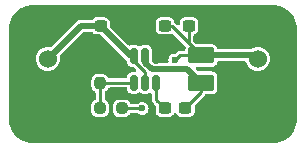
<source format=gbr>
%TF.GenerationSoftware,KiCad,Pcbnew,8.0.5*%
%TF.CreationDate,2024-10-31T22:44:31-05:00*%
%TF.ProjectId,Buck_Breakout,4275636b-5f42-4726-9561-6b6f75742e6b,rev?*%
%TF.SameCoordinates,Original*%
%TF.FileFunction,Copper,L1,Top*%
%TF.FilePolarity,Positive*%
%FSLAX46Y46*%
G04 Gerber Fmt 4.6, Leading zero omitted, Abs format (unit mm)*
G04 Created by KiCad (PCBNEW 8.0.5) date 2024-10-31 22:44:31*
%MOMM*%
%LPD*%
G01*
G04 APERTURE LIST*
G04 Aperture macros list*
%AMRoundRect*
0 Rectangle with rounded corners*
0 $1 Rounding radius*
0 $2 $3 $4 $5 $6 $7 $8 $9 X,Y pos of 4 corners*
0 Add a 4 corners polygon primitive as box body*
4,1,4,$2,$3,$4,$5,$6,$7,$8,$9,$2,$3,0*
0 Add four circle primitives for the rounded corners*
1,1,$1+$1,$2,$3*
1,1,$1+$1,$4,$5*
1,1,$1+$1,$6,$7*
1,1,$1+$1,$8,$9*
0 Add four rect primitives between the rounded corners*
20,1,$1+$1,$2,$3,$4,$5,0*
20,1,$1+$1,$4,$5,$6,$7,0*
20,1,$1+$1,$6,$7,$8,$9,0*
20,1,$1+$1,$8,$9,$2,$3,0*%
G04 Aperture macros list end*
%TA.AperFunction,SMDPad,CuDef*%
%ADD10RoundRect,0.237500X-0.300000X-0.237500X0.300000X-0.237500X0.300000X0.237500X-0.300000X0.237500X0*%
%TD*%
%TA.AperFunction,ComponentPad*%
%ADD11C,1.524000*%
%TD*%
%TA.AperFunction,SMDPad,CuDef*%
%ADD12RoundRect,0.150000X-0.150000X0.512500X-0.150000X-0.512500X0.150000X-0.512500X0.150000X0.512500X0*%
%TD*%
%TA.AperFunction,SMDPad,CuDef*%
%ADD13RoundRect,0.250001X0.849999X-0.462499X0.849999X0.462499X-0.849999X0.462499X-0.849999X-0.462499X0*%
%TD*%
%TA.AperFunction,SMDPad,CuDef*%
%ADD14RoundRect,0.237500X0.237500X-0.250000X0.237500X0.250000X-0.237500X0.250000X-0.237500X-0.250000X0*%
%TD*%
%TA.AperFunction,SMDPad,CuDef*%
%ADD15RoundRect,0.237500X0.300000X0.237500X-0.300000X0.237500X-0.300000X-0.237500X0.300000X-0.237500X0*%
%TD*%
%TA.AperFunction,SMDPad,CuDef*%
%ADD16RoundRect,0.237500X0.250000X0.237500X-0.250000X0.237500X-0.250000X-0.237500X0.250000X-0.237500X0*%
%TD*%
%TA.AperFunction,ViaPad*%
%ADD17C,0.600000*%
%TD*%
%TA.AperFunction,Conductor*%
%ADD18C,0.254000*%
%TD*%
%TA.AperFunction,Conductor*%
%ADD19C,0.508000*%
%TD*%
G04 APERTURE END LIST*
D10*
%TO.P,C1,1*%
%TO.N,INPUT*%
X79401500Y-53086000D03*
%TO.P,C1,2*%
%TO.N,GND*%
X81126500Y-53086000D03*
%TD*%
D11*
%TO.P,Conn1,1*%
%TO.N,GND*%
X74930000Y-58420000D03*
%TO.P,Conn1,2*%
%TO.N,INPUT*%
X74930000Y-55880000D03*
%TD*%
D12*
%TO.P,U1,1,GND*%
%TO.N,GND*%
X84108500Y-55626000D03*
%TO.P,U1,2,SW*%
%TO.N,Net-(U1-SW)*%
X83158500Y-55626000D03*
%TO.P,U1,3,VIN*%
%TO.N,INPUT*%
X82208500Y-55626000D03*
%TO.P,U1,4,FB*%
%TO.N,Net-(U1-FB)*%
X82208500Y-57901000D03*
%TO.P,U1,5,EN*%
%TO.N,INPUT*%
X83158500Y-57901000D03*
%TO.P,U1,6,BST*%
%TO.N,Net-(U1-BST)*%
X84108500Y-57901000D03*
%TD*%
D13*
%TO.P,L1,1,1*%
%TO.N,Net-(U1-SW)*%
X87918500Y-57912000D03*
%TO.P,L1,2,2*%
%TO.N,OUTPUT*%
X87918500Y-55587000D03*
%TD*%
D11*
%TO.P,Conn2,1*%
%TO.N,OUTPUT*%
X92710000Y-55880000D03*
%TO.P,Conn2,2*%
%TO.N,GND*%
X92710000Y-58420000D03*
%TD*%
D14*
%TO.P,R2,1*%
%TO.N,Net-(U1-FB)*%
X79348500Y-57930000D03*
%TO.P,R2,2*%
%TO.N,GND*%
X79348500Y-56105000D03*
%TD*%
D10*
%TO.P,C4,1*%
%TO.N,OUTPUT*%
X86868000Y-53086000D03*
%TO.P,C4,2*%
%TO.N,GND*%
X88593000Y-53086000D03*
%TD*%
D15*
%TO.P,C2,1*%
%TO.N,Net-(U1-SW)*%
X86561000Y-60065500D03*
%TO.P,C2,2*%
%TO.N,Net-(U1-BST)*%
X84836000Y-60065500D03*
%TD*%
D16*
%TO.P,R1,1*%
%TO.N,OUTPUT*%
X81173500Y-60065500D03*
%TO.P,R1,2*%
%TO.N,Net-(U1-FB)*%
X79348500Y-60065500D03*
%TD*%
D15*
%TO.P,C3,1*%
%TO.N,OUTPUT*%
X84836000Y-53086000D03*
%TO.P,C3,2*%
%TO.N,GND*%
X83111000Y-53086000D03*
%TD*%
D17*
%TO.N,GND*%
X84074000Y-54356000D03*
%TO.N,OUTPUT*%
X85698500Y-55988500D03*
X82904500Y-60071000D03*
%TD*%
D18*
%TO.N,INPUT*%
X83158500Y-57901000D02*
X83158500Y-57018500D01*
D19*
X77724000Y-53086000D02*
X79401500Y-53086000D01*
D18*
X82208500Y-56068500D02*
X82208500Y-55626000D01*
X83158500Y-57018500D02*
X82208500Y-56068500D01*
D19*
X79401500Y-53086000D02*
X81941500Y-55626000D01*
X81941500Y-55626000D02*
X82208500Y-55626000D01*
X74930000Y-55880000D02*
X77724000Y-53086000D01*
D18*
%TO.N,Net-(U1-BST)*%
X84836000Y-60065500D02*
X84108500Y-59338000D01*
X84108500Y-59338000D02*
X84108500Y-57901000D01*
%TO.N,Net-(U1-SW)*%
X87918500Y-58708000D02*
X87918500Y-57912000D01*
D19*
X86749000Y-56742500D02*
X87918500Y-57912000D01*
D18*
X86561000Y-60065500D02*
X87918500Y-58708000D01*
D19*
X83158500Y-56196842D02*
X83704158Y-56742500D01*
X83704158Y-56742500D02*
X86749000Y-56742500D01*
X83158500Y-55626000D02*
X83158500Y-56196842D01*
D18*
%TO.N,OUTPUT*%
X81179000Y-60071000D02*
X81173500Y-60065500D01*
X86904750Y-54573250D02*
X87918500Y-55587000D01*
X86100000Y-55587000D02*
X85698500Y-55988500D01*
X84836000Y-53086000D02*
X85417500Y-53086000D01*
X85417500Y-53086000D02*
X86904750Y-54573250D01*
D19*
X92417000Y-55587000D02*
X92710000Y-55880000D01*
D18*
X82904500Y-60071000D02*
X81179000Y-60071000D01*
D19*
X87918500Y-55587000D02*
X92417000Y-55587000D01*
D18*
X86868000Y-53086000D02*
X86868000Y-54536500D01*
X86868000Y-54536500D02*
X86904750Y-54573250D01*
X87918500Y-55587000D02*
X86100000Y-55587000D01*
%TO.N,Net-(U1-FB)*%
X79457500Y-57930000D02*
X79486500Y-57901000D01*
X79348500Y-57930000D02*
X79457500Y-57930000D01*
X79486500Y-57901000D02*
X82208500Y-57901000D01*
X79348500Y-60065500D02*
X79348500Y-57930000D01*
%TD*%
%TA.AperFunction,Conductor*%
%TO.N,GND*%
G36*
X93984042Y-51300765D02*
G01*
X94006774Y-51302254D01*
X94238114Y-51317417D01*
X94254172Y-51319532D01*
X94499888Y-51368408D01*
X94515554Y-51372606D01*
X94666736Y-51423925D01*
X94752788Y-51453136D01*
X94767765Y-51459339D01*
X94985336Y-51566633D01*
X94992460Y-51570146D01*
X95006508Y-51578256D01*
X95214815Y-51717443D01*
X95227679Y-51727314D01*
X95416033Y-51892497D01*
X95427502Y-51903966D01*
X95592685Y-52092320D01*
X95602559Y-52105188D01*
X95741743Y-52313492D01*
X95749853Y-52327539D01*
X95860657Y-52552227D01*
X95866864Y-52567213D01*
X95947393Y-52804445D01*
X95951591Y-52820111D01*
X96000465Y-53065813D01*
X96002583Y-53081895D01*
X96019235Y-53335956D01*
X96019500Y-53344066D01*
X96019500Y-60955933D01*
X96019235Y-60964043D01*
X96002583Y-61218104D01*
X96000465Y-61234186D01*
X95951591Y-61479888D01*
X95947393Y-61495554D01*
X95866864Y-61732786D01*
X95860657Y-61747772D01*
X95749853Y-61972460D01*
X95741743Y-61986507D01*
X95602559Y-62194811D01*
X95592685Y-62207679D01*
X95427502Y-62396033D01*
X95416033Y-62407502D01*
X95227679Y-62572685D01*
X95214811Y-62582559D01*
X95006507Y-62721743D01*
X94992460Y-62729853D01*
X94767772Y-62840657D01*
X94752786Y-62846864D01*
X94515554Y-62927393D01*
X94499888Y-62931591D01*
X94254186Y-62980465D01*
X94238104Y-62982583D01*
X93984043Y-62999235D01*
X93975933Y-62999500D01*
X73664067Y-62999500D01*
X73655957Y-62999235D01*
X73401895Y-62982583D01*
X73385814Y-62980465D01*
X73350770Y-62973494D01*
X73140111Y-62931591D01*
X73124445Y-62927393D01*
X72887213Y-62846864D01*
X72872227Y-62840657D01*
X72647539Y-62729853D01*
X72633492Y-62721743D01*
X72425188Y-62582559D01*
X72412320Y-62572685D01*
X72223966Y-62407502D01*
X72212497Y-62396033D01*
X72047314Y-62207679D01*
X72037440Y-62194811D01*
X71898256Y-61986507D01*
X71890146Y-61972460D01*
X71779464Y-61748019D01*
X71779339Y-61747765D01*
X71773135Y-61732786D01*
X71692606Y-61495554D01*
X71688408Y-61479888D01*
X71679736Y-61436292D01*
X71639532Y-61234172D01*
X71637417Y-61218114D01*
X71620765Y-60964042D01*
X71620500Y-60955933D01*
X71620500Y-55880000D01*
X73908582Y-55880000D01*
X73928208Y-56079271D01*
X73986333Y-56270881D01*
X74080718Y-56447463D01*
X74080720Y-56447465D01*
X74080722Y-56447469D01*
X74099070Y-56469826D01*
X74207747Y-56602252D01*
X74247245Y-56634666D01*
X74362531Y-56729278D01*
X74362534Y-56729280D01*
X74362536Y-56729281D01*
X74539118Y-56823666D01*
X74539120Y-56823667D01*
X74730731Y-56881792D01*
X74930000Y-56901418D01*
X75129269Y-56881792D01*
X75320880Y-56823667D01*
X75497469Y-56729278D01*
X75652252Y-56602252D01*
X75779278Y-56447469D01*
X75873667Y-56270880D01*
X75931792Y-56079269D01*
X75951418Y-55880000D01*
X75931792Y-55680731D01*
X75931790Y-55680727D01*
X75930887Y-55676181D01*
X75937111Y-55606589D01*
X75964820Y-55564306D01*
X77898308Y-53630819D01*
X77959631Y-53597334D01*
X77985989Y-53594500D01*
X78627714Y-53594500D01*
X78694753Y-53614185D01*
X78726979Y-53644187D01*
X78750026Y-53674974D01*
X78863285Y-53759758D01*
X78995843Y-53809200D01*
X79054443Y-53815500D01*
X79360509Y-53815499D01*
X79427548Y-53835183D01*
X79448190Y-53851818D01*
X81617681Y-56021309D01*
X81651166Y-56082632D01*
X81654000Y-56108990D01*
X81654000Y-56170339D01*
X81669000Y-56265052D01*
X81683632Y-56293767D01*
X81727174Y-56379223D01*
X81727176Y-56379225D01*
X81727178Y-56379228D01*
X81817771Y-56469821D01*
X81817773Y-56469822D01*
X81817777Y-56469826D01*
X81931945Y-56527998D01*
X81931946Y-56527998D01*
X81931948Y-56527999D01*
X81931947Y-56527999D01*
X82026661Y-56543000D01*
X82026666Y-56543000D01*
X82092115Y-56543000D01*
X82159154Y-56562685D01*
X82179796Y-56579319D01*
X82372796Y-56772319D01*
X82406281Y-56833642D01*
X82401297Y-56903334D01*
X82359425Y-56959267D01*
X82293961Y-56983684D01*
X82285115Y-56984000D01*
X82026661Y-56984000D01*
X81931947Y-56999000D01*
X81855833Y-57037783D01*
X81817777Y-57057174D01*
X81817776Y-57057175D01*
X81817771Y-57057178D01*
X81727178Y-57147771D01*
X81727175Y-57147776D01*
X81669000Y-57261947D01*
X81654000Y-57356660D01*
X81654000Y-57395500D01*
X81634315Y-57462539D01*
X81581511Y-57508294D01*
X81530000Y-57519500D01*
X80137339Y-57519500D01*
X80070300Y-57499815D01*
X80026683Y-57449478D01*
X80026511Y-57449573D01*
X80026078Y-57448780D01*
X80024545Y-57447011D01*
X80022763Y-57442711D01*
X80022258Y-57441785D01*
X79991911Y-57401246D01*
X79937474Y-57328526D01*
X79824215Y-57243742D01*
X79771535Y-57224093D01*
X79691659Y-57194300D01*
X79633065Y-57188000D01*
X79063946Y-57188000D01*
X79063937Y-57188001D01*
X79005340Y-57194300D01*
X78872790Y-57243739D01*
X78872781Y-57243744D01*
X78759526Y-57328526D01*
X78674744Y-57441781D01*
X78674741Y-57441788D01*
X78625300Y-57574339D01*
X78625300Y-57574341D01*
X78619000Y-57632926D01*
X78619000Y-58227053D01*
X78619001Y-58227062D01*
X78625300Y-58285659D01*
X78674739Y-58418209D01*
X78674741Y-58418213D01*
X78674742Y-58418215D01*
X78759526Y-58531474D01*
X78872785Y-58616258D01*
X78886331Y-58621310D01*
X78942265Y-58663180D01*
X78966684Y-58728644D01*
X78967000Y-58737493D01*
X78967000Y-59265844D01*
X78947315Y-59332883D01*
X78894511Y-59378638D01*
X78886337Y-59382025D01*
X78860284Y-59391742D01*
X78860281Y-59391744D01*
X78747026Y-59476526D01*
X78662244Y-59589781D01*
X78662241Y-59589788D01*
X78612800Y-59722339D01*
X78612800Y-59722341D01*
X78606500Y-59780926D01*
X78606500Y-60350053D01*
X78606501Y-60350062D01*
X78612800Y-60408659D01*
X78662239Y-60541209D01*
X78662241Y-60541213D01*
X78662242Y-60541215D01*
X78747026Y-60654474D01*
X78860285Y-60739258D01*
X78992843Y-60788700D01*
X79051443Y-60795000D01*
X79645556Y-60794999D01*
X79704157Y-60788700D01*
X79836715Y-60739258D01*
X79949974Y-60654474D01*
X80034758Y-60541215D01*
X80084200Y-60408657D01*
X80087685Y-60376234D01*
X80090499Y-60350073D01*
X80090499Y-60350062D01*
X80090500Y-60350057D01*
X80090499Y-59780944D01*
X80090497Y-59780926D01*
X80431500Y-59780926D01*
X80431500Y-60350053D01*
X80431501Y-60350062D01*
X80437800Y-60408659D01*
X80487239Y-60541209D01*
X80487241Y-60541213D01*
X80487242Y-60541215D01*
X80572026Y-60654474D01*
X80685285Y-60739258D01*
X80817843Y-60788700D01*
X80876443Y-60795000D01*
X81470556Y-60794999D01*
X81529157Y-60788700D01*
X81661715Y-60739258D01*
X81774974Y-60654474D01*
X81859758Y-60541215D01*
X81859758Y-60541212D01*
X81859760Y-60541211D01*
X81862760Y-60533168D01*
X81904630Y-60477234D01*
X81970094Y-60452816D01*
X81978942Y-60452500D01*
X82448723Y-60452500D01*
X82515762Y-60472185D01*
X82524210Y-60478125D01*
X82624855Y-60555354D01*
X82624861Y-60555357D01*
X82692301Y-60583291D01*
X82759746Y-60611228D01*
X82832123Y-60620756D01*
X82904499Y-60630285D01*
X82904500Y-60630285D01*
X82904501Y-60630285D01*
X82952751Y-60623932D01*
X83049254Y-60611228D01*
X83184143Y-60555355D01*
X83299974Y-60466474D01*
X83388855Y-60350643D01*
X83444728Y-60215754D01*
X83463785Y-60071000D01*
X83444728Y-59926246D01*
X83388855Y-59791358D01*
X83299974Y-59675526D01*
X83184143Y-59586645D01*
X83184140Y-59586644D01*
X83184138Y-59586642D01*
X83049257Y-59530773D01*
X83049252Y-59530771D01*
X82904501Y-59511715D01*
X82904499Y-59511715D01*
X82759747Y-59530771D01*
X82759745Y-59530772D01*
X82624861Y-59586643D01*
X82624858Y-59586644D01*
X82624858Y-59586645D01*
X82524207Y-59663877D01*
X82459040Y-59689070D01*
X82448723Y-59689500D01*
X81983044Y-59689500D01*
X81916005Y-59669815D01*
X81870250Y-59617011D01*
X81866871Y-59608857D01*
X81859758Y-59589785D01*
X81774974Y-59476526D01*
X81661715Y-59391742D01*
X81609035Y-59372093D01*
X81529159Y-59342300D01*
X81470565Y-59336000D01*
X80876446Y-59336000D01*
X80876437Y-59336001D01*
X80817840Y-59342300D01*
X80685290Y-59391739D01*
X80685281Y-59391744D01*
X80572026Y-59476526D01*
X80487244Y-59589781D01*
X80487241Y-59589788D01*
X80437800Y-59722339D01*
X80437800Y-59722341D01*
X80431500Y-59780926D01*
X80090497Y-59780926D01*
X80084200Y-59722343D01*
X80071790Y-59689070D01*
X80034760Y-59589790D01*
X80034759Y-59589788D01*
X80034758Y-59589785D01*
X79949974Y-59476526D01*
X79836715Y-59391742D01*
X79810663Y-59382025D01*
X79754731Y-59340152D01*
X79730316Y-59274686D01*
X79730000Y-59265844D01*
X79730000Y-58737493D01*
X79749685Y-58670454D01*
X79802489Y-58624699D01*
X79810660Y-58621313D01*
X79824215Y-58616258D01*
X79937474Y-58531474D01*
X80022258Y-58418215D01*
X80042791Y-58363165D01*
X80084663Y-58307232D01*
X80150127Y-58282816D01*
X80158972Y-58282500D01*
X81530000Y-58282500D01*
X81597039Y-58302185D01*
X81642794Y-58354989D01*
X81654000Y-58406500D01*
X81654000Y-58445339D01*
X81669000Y-58540052D01*
X81669002Y-58540055D01*
X81727174Y-58654223D01*
X81727176Y-58654225D01*
X81727178Y-58654228D01*
X81817771Y-58744821D01*
X81817773Y-58744822D01*
X81817777Y-58744826D01*
X81931945Y-58802998D01*
X81931946Y-58802998D01*
X81931948Y-58802999D01*
X81931947Y-58802999D01*
X82026661Y-58818000D01*
X82026666Y-58818000D01*
X82390339Y-58818000D01*
X82485052Y-58802999D01*
X82485053Y-58802998D01*
X82485055Y-58802998D01*
X82599223Y-58744826D01*
X82599230Y-58744818D01*
X82607122Y-58739087D01*
X82608668Y-58741216D01*
X82657125Y-58714749D01*
X82726817Y-58719723D01*
X82758945Y-58740370D01*
X82759878Y-58739087D01*
X82767772Y-58744821D01*
X82767777Y-58744826D01*
X82881945Y-58802998D01*
X82881946Y-58802998D01*
X82881948Y-58802999D01*
X82881947Y-58802999D01*
X82976661Y-58818000D01*
X82976666Y-58818000D01*
X83340339Y-58818000D01*
X83435052Y-58802999D01*
X83435053Y-58802998D01*
X83435055Y-58802998D01*
X83546705Y-58746108D01*
X83615373Y-58733212D01*
X83680114Y-58759488D01*
X83720372Y-58816594D01*
X83727000Y-58856593D01*
X83727000Y-59388225D01*
X83750660Y-59476526D01*
X83753000Y-59485258D01*
X83753001Y-59485259D01*
X83779277Y-59530769D01*
X83779277Y-59530772D01*
X83779279Y-59530772D01*
X83803224Y-59572247D01*
X83920477Y-59689500D01*
X84007681Y-59776703D01*
X84041166Y-59838026D01*
X84044000Y-59864384D01*
X84044000Y-60350053D01*
X84044001Y-60350062D01*
X84050300Y-60408659D01*
X84099739Y-60541209D01*
X84099741Y-60541213D01*
X84099742Y-60541215D01*
X84184526Y-60654474D01*
X84297785Y-60739258D01*
X84430343Y-60788700D01*
X84488943Y-60795000D01*
X85183056Y-60794999D01*
X85241657Y-60788700D01*
X85374215Y-60739258D01*
X85487474Y-60654474D01*
X85572258Y-60541215D01*
X85582319Y-60514238D01*
X85624190Y-60458308D01*
X85689654Y-60433891D01*
X85757927Y-60448743D01*
X85807332Y-60498148D01*
X85814677Y-60514230D01*
X85824742Y-60541215D01*
X85909526Y-60654474D01*
X86022785Y-60739258D01*
X86155343Y-60788700D01*
X86213943Y-60795000D01*
X86908056Y-60794999D01*
X86966657Y-60788700D01*
X87099215Y-60739258D01*
X87212474Y-60654474D01*
X87297258Y-60541215D01*
X87346700Y-60408657D01*
X87350185Y-60376234D01*
X87352999Y-60350073D01*
X87352999Y-60350062D01*
X87353000Y-60350057D01*
X87352999Y-59864383D01*
X87372683Y-59797345D01*
X87389313Y-59776708D01*
X88223776Y-58942247D01*
X88224497Y-58940997D01*
X88225379Y-58940156D01*
X88228724Y-58935798D01*
X88229403Y-58936319D01*
X88275064Y-58892784D01*
X88331883Y-58879000D01*
X88816754Y-58879000D01*
X88816770Y-58878999D01*
X88861512Y-58874188D01*
X88876841Y-58872540D01*
X89012767Y-58821842D01*
X89128904Y-58734904D01*
X89215842Y-58618767D01*
X89266540Y-58482841D01*
X89270572Y-58445339D01*
X89272999Y-58422770D01*
X89273000Y-58422753D01*
X89273000Y-57401246D01*
X89272999Y-57401229D01*
X89266540Y-57341161D01*
X89266540Y-57341159D01*
X89259949Y-57323489D01*
X89215844Y-57205238D01*
X89215843Y-57205237D01*
X89215842Y-57205233D01*
X89146227Y-57112237D01*
X89128904Y-57089095D01*
X89051626Y-57031247D01*
X89012767Y-57002158D01*
X89012764Y-57002156D01*
X89012761Y-57002155D01*
X88876849Y-56951462D01*
X88876838Y-56951459D01*
X88816770Y-56945000D01*
X88816754Y-56945000D01*
X87721990Y-56945000D01*
X87654951Y-56925315D01*
X87634309Y-56908681D01*
X87491309Y-56765681D01*
X87457824Y-56704358D01*
X87462808Y-56634666D01*
X87504680Y-56578733D01*
X87570144Y-56554316D01*
X87578990Y-56554000D01*
X88816754Y-56554000D01*
X88816770Y-56553999D01*
X88858257Y-56549537D01*
X88876841Y-56547540D01*
X89012767Y-56496842D01*
X89128904Y-56409904D01*
X89215842Y-56293767D01*
X89238134Y-56234000D01*
X89259706Y-56176166D01*
X89301577Y-56120232D01*
X89367042Y-56095816D01*
X89375887Y-56095500D01*
X91621167Y-56095500D01*
X91688206Y-56115185D01*
X91733961Y-56167989D01*
X91739827Y-56183504D01*
X91766333Y-56270881D01*
X91860718Y-56447463D01*
X91860720Y-56447465D01*
X91860722Y-56447469D01*
X91879070Y-56469826D01*
X91987747Y-56602252D01*
X92027245Y-56634666D01*
X92142531Y-56729278D01*
X92142534Y-56729280D01*
X92142536Y-56729281D01*
X92319118Y-56823666D01*
X92319120Y-56823667D01*
X92510731Y-56881792D01*
X92710000Y-56901418D01*
X92909269Y-56881792D01*
X93100880Y-56823667D01*
X93277469Y-56729278D01*
X93432252Y-56602252D01*
X93559278Y-56447469D01*
X93653667Y-56270880D01*
X93711792Y-56079269D01*
X93731418Y-55880000D01*
X93711792Y-55680731D01*
X93653667Y-55489120D01*
X93559278Y-55312531D01*
X93471440Y-55205499D01*
X93432252Y-55157747D01*
X93339545Y-55081666D01*
X93277469Y-55030722D01*
X93277465Y-55030720D01*
X93277463Y-55030718D01*
X93100881Y-54936333D01*
X92909271Y-54878208D01*
X92710000Y-54858582D01*
X92510728Y-54878208D01*
X92319118Y-54936333D01*
X92142536Y-55030718D01*
X92142529Y-55030723D01*
X92118610Y-55050353D01*
X92054300Y-55077666D01*
X92039945Y-55078500D01*
X89375887Y-55078500D01*
X89308848Y-55058815D01*
X89263093Y-55006011D01*
X89259706Y-54997834D01*
X89215844Y-54880238D01*
X89215843Y-54880237D01*
X89215842Y-54880233D01*
X89145825Y-54786700D01*
X89128904Y-54764095D01*
X89051626Y-54706247D01*
X89012767Y-54677158D01*
X89012764Y-54677156D01*
X89012761Y-54677155D01*
X88876849Y-54626462D01*
X88876838Y-54626459D01*
X88816770Y-54620000D01*
X88816754Y-54620000D01*
X87542385Y-54620000D01*
X87475346Y-54600315D01*
X87454704Y-54583681D01*
X87285819Y-54414796D01*
X87252334Y-54353473D01*
X87249500Y-54327115D01*
X87249500Y-53904304D01*
X87269185Y-53837265D01*
X87321989Y-53791510D01*
X87330140Y-53788132D01*
X87406215Y-53759758D01*
X87519474Y-53674974D01*
X87604258Y-53561715D01*
X87653700Y-53429157D01*
X87657185Y-53396734D01*
X87659999Y-53370573D01*
X87659999Y-53370562D01*
X87660000Y-53370557D01*
X87659999Y-52801444D01*
X87653700Y-52742843D01*
X87604258Y-52610285D01*
X87519474Y-52497026D01*
X87406215Y-52412242D01*
X87353535Y-52392593D01*
X87273659Y-52362800D01*
X87215065Y-52356500D01*
X86520946Y-52356500D01*
X86520937Y-52356501D01*
X86462340Y-52362800D01*
X86329790Y-52412239D01*
X86329781Y-52412244D01*
X86216526Y-52497026D01*
X86131744Y-52610281D01*
X86131741Y-52610288D01*
X86082300Y-52742839D01*
X86082300Y-52742841D01*
X86076000Y-52801426D01*
X86076000Y-52905614D01*
X86056315Y-52972653D01*
X86003511Y-53018408D01*
X85934353Y-53028352D01*
X85870797Y-52999327D01*
X85864319Y-52993295D01*
X85646000Y-52774976D01*
X85648344Y-52772631D01*
X85617002Y-52730249D01*
X85572258Y-52610285D01*
X85487474Y-52497026D01*
X85374215Y-52412242D01*
X85321535Y-52392593D01*
X85241659Y-52362800D01*
X85183065Y-52356500D01*
X84488946Y-52356500D01*
X84488937Y-52356501D01*
X84430340Y-52362800D01*
X84297790Y-52412239D01*
X84297781Y-52412244D01*
X84184526Y-52497026D01*
X84099744Y-52610281D01*
X84099741Y-52610288D01*
X84050300Y-52742839D01*
X84050300Y-52742841D01*
X84044000Y-52801426D01*
X84044000Y-53370553D01*
X84044001Y-53370562D01*
X84050300Y-53429159D01*
X84099739Y-53561709D01*
X84099741Y-53561713D01*
X84099742Y-53561715D01*
X84184526Y-53674974D01*
X84297785Y-53759758D01*
X84430343Y-53809200D01*
X84488943Y-53815500D01*
X85183056Y-53815499D01*
X85241657Y-53809200D01*
X85374215Y-53759758D01*
X85374218Y-53759756D01*
X85389721Y-53748151D01*
X85455185Y-53723733D01*
X85523458Y-53738584D01*
X85551713Y-53759736D01*
X86578677Y-54786700D01*
X86612162Y-54848023D01*
X86607178Y-54917715D01*
X86570460Y-55016157D01*
X86570459Y-55016161D01*
X86564000Y-55076229D01*
X86564000Y-55081500D01*
X86544315Y-55148539D01*
X86491511Y-55194294D01*
X86440000Y-55205500D01*
X86157837Y-55205500D01*
X86157821Y-55205499D01*
X86150225Y-55205499D01*
X86049775Y-55205499D01*
X85960700Y-55229366D01*
X85952743Y-55231499D01*
X85865756Y-55281721D01*
X85865755Y-55281722D01*
X85751020Y-55396456D01*
X85689696Y-55429940D01*
X85679524Y-55431713D01*
X85553747Y-55448271D01*
X85553745Y-55448272D01*
X85418861Y-55504143D01*
X85303026Y-55593026D01*
X85214143Y-55708861D01*
X85158272Y-55843745D01*
X85158271Y-55843747D01*
X85141848Y-55968500D01*
X85139215Y-55988500D01*
X85149751Y-56068533D01*
X85153080Y-56093815D01*
X85142314Y-56162850D01*
X85095935Y-56215106D01*
X85030141Y-56234000D01*
X83966147Y-56234000D01*
X83899108Y-56214315D01*
X83878471Y-56197685D01*
X83749317Y-56068531D01*
X83715834Y-56007210D01*
X83713000Y-55980852D01*
X83713000Y-55081660D01*
X83697999Y-54986947D01*
X83697998Y-54986945D01*
X83639826Y-54872777D01*
X83639822Y-54872773D01*
X83639821Y-54872771D01*
X83549228Y-54782178D01*
X83549225Y-54782176D01*
X83549223Y-54782174D01*
X83435055Y-54724002D01*
X83435054Y-54724001D01*
X83435051Y-54724000D01*
X83435052Y-54724000D01*
X83340339Y-54709000D01*
X83340334Y-54709000D01*
X82976666Y-54709000D01*
X82976661Y-54709000D01*
X82881947Y-54724000D01*
X82805833Y-54762783D01*
X82767777Y-54782174D01*
X82767776Y-54782175D01*
X82759878Y-54787913D01*
X82758332Y-54785785D01*
X82709858Y-54812254D01*
X82640166Y-54807270D01*
X82608052Y-54786631D01*
X82607122Y-54787913D01*
X82599226Y-54782177D01*
X82599223Y-54782174D01*
X82485055Y-54724002D01*
X82485054Y-54724001D01*
X82485051Y-54724000D01*
X82485052Y-54724000D01*
X82390339Y-54709000D01*
X82390334Y-54709000D01*
X82026666Y-54709000D01*
X82026661Y-54709000D01*
X81931947Y-54724000D01*
X81931946Y-54724001D01*
X81897400Y-54741603D01*
X81828731Y-54754498D01*
X81763991Y-54728220D01*
X81753426Y-54718798D01*
X80229818Y-53195190D01*
X80196333Y-53133867D01*
X80193499Y-53107509D01*
X80193499Y-52801446D01*
X80193498Y-52801437D01*
X80193497Y-52801426D01*
X80187200Y-52742843D01*
X80137758Y-52610285D01*
X80052974Y-52497026D01*
X79939715Y-52412242D01*
X79887035Y-52392593D01*
X79807159Y-52362800D01*
X79748565Y-52356500D01*
X79054446Y-52356500D01*
X79054437Y-52356501D01*
X78995840Y-52362800D01*
X78863290Y-52412239D01*
X78863285Y-52412242D01*
X78750027Y-52497024D01*
X78750027Y-52497025D01*
X78726981Y-52527811D01*
X78671047Y-52569682D01*
X78627714Y-52577500D01*
X77657055Y-52577500D01*
X77527725Y-52612153D01*
X77411774Y-52679099D01*
X77411771Y-52679101D01*
X75245693Y-54845177D01*
X75184370Y-54878662D01*
X75133820Y-54879113D01*
X75129271Y-54878208D01*
X74930000Y-54858582D01*
X74730728Y-54878208D01*
X74539118Y-54936333D01*
X74362536Y-55030718D01*
X74207747Y-55157747D01*
X74080718Y-55312536D01*
X73986333Y-55489118D01*
X73928208Y-55680728D01*
X73908582Y-55880000D01*
X71620500Y-55880000D01*
X71620500Y-53344066D01*
X71620765Y-53335957D01*
X71624819Y-53274108D01*
X71637417Y-53081883D01*
X71639531Y-53065829D01*
X71688409Y-52820107D01*
X71692606Y-52804445D01*
X71717793Y-52730247D01*
X71773138Y-52567205D01*
X71779336Y-52552239D01*
X71890149Y-52327533D01*
X71898252Y-52313498D01*
X72037448Y-52105176D01*
X72047305Y-52092331D01*
X72212502Y-51903960D01*
X72223960Y-51892502D01*
X72412331Y-51727305D01*
X72425176Y-51717448D01*
X72633498Y-51578252D01*
X72647533Y-51570149D01*
X72872239Y-51459336D01*
X72887205Y-51453138D01*
X73054945Y-51396197D01*
X73124445Y-51372606D01*
X73140107Y-51368409D01*
X73385829Y-51319531D01*
X73401883Y-51317417D01*
X73634848Y-51302148D01*
X73655958Y-51300765D01*
X73664067Y-51300500D01*
X73725892Y-51300500D01*
X93914108Y-51300500D01*
X93975933Y-51300500D01*
X93984042Y-51300765D01*
G37*
%TD.AperFunction*%
%TD*%
M02*

</source>
